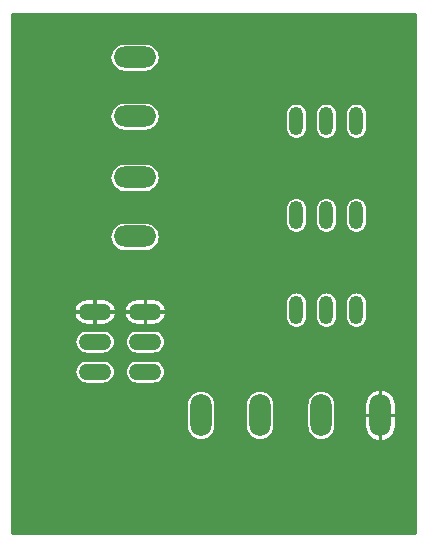
<source format=gbl>
G04 #@! TF.GenerationSoftware,KiCad,Pcbnew,5.1.5*
G04 #@! TF.CreationDate,2020-04-17T15:55:13+02:00*
G04 #@! TF.ProjectId,eco_measurement_ina226,65636f5f-6d65-4617-9375-72656d656e74,rev?*
G04 #@! TF.SameCoordinates,Original*
G04 #@! TF.FileFunction,Copper,L2,Bot*
G04 #@! TF.FilePolarity,Positive*
%FSLAX46Y46*%
G04 Gerber Fmt 4.6, Leading zero omitted, Abs format (unit mm)*
G04 Created by KiCad (PCBNEW 5.1.5) date 2020-04-17 15:55:13*
%MOMM*%
%LPD*%
G04 APERTURE LIST*
%ADD10O,1.790700X3.581400*%
%ADD11O,3.581400X1.790700*%
%ADD12O,2.743200X1.371600*%
%ADD13O,1.200000X2.400000*%
%ADD14C,0.855600*%
%ADD15C,3.355600*%
%ADD16C,0.755600*%
%ADD17C,0.254000*%
G04 APERTURE END LIST*
D10*
X152426100Y-116948600D03*
X147426100Y-116948600D03*
X162601100Y-116948600D03*
X157601100Y-116948600D03*
D11*
X141831100Y-91653600D03*
X141831100Y-86653600D03*
X141831100Y-101832100D03*
X141831100Y-96832100D03*
D12*
X142701100Y-108188600D03*
X142701100Y-110728600D03*
X142701100Y-113268600D03*
X138451100Y-108188600D03*
X138451100Y-110728600D03*
X138451100Y-113268600D03*
D13*
X155511100Y-108028600D03*
X158051100Y-108028600D03*
X160591100Y-108028600D03*
X155511100Y-100028600D03*
X158051100Y-100028600D03*
X160591100Y-100028600D03*
X155511100Y-92028600D03*
X158051100Y-92028600D03*
X160591100Y-92028600D03*
D14*
X143811100Y-121888600D03*
D15*
X134301100Y-124103600D03*
X134301100Y-85903600D03*
X162701100Y-124103600D03*
X162701100Y-85903600D03*
D14*
X159851100Y-111013600D03*
X150051100Y-114233600D03*
X152241100Y-110493600D03*
X133471100Y-99423600D03*
X151621100Y-101533600D03*
X154751100Y-102853600D03*
X160281100Y-103133600D03*
X160571100Y-94983600D03*
X155551100Y-95033600D03*
X151911100Y-93653600D03*
X143911100Y-114993600D03*
D16*
X140271100Y-114733600D03*
X141851100Y-99303600D03*
X141321100Y-104953600D03*
D14*
X153411100Y-121953600D03*
X133381100Y-93883600D03*
X155001100Y-116893600D03*
D17*
G36*
X165575900Y-126978400D02*
G01*
X131426300Y-126978400D01*
X131426300Y-115993054D01*
X146200550Y-115993054D01*
X146200550Y-117904147D01*
X146218285Y-118084200D01*
X146288363Y-118315217D01*
X146402164Y-118528123D01*
X146555314Y-118714737D01*
X146741928Y-118867887D01*
X146954834Y-118981688D01*
X147185851Y-119051766D01*
X147426100Y-119075429D01*
X147666350Y-119051766D01*
X147897367Y-118981688D01*
X148110273Y-118867887D01*
X148296887Y-118714737D01*
X148450037Y-118528123D01*
X148563838Y-118315217D01*
X148633916Y-118084200D01*
X148651650Y-117904147D01*
X148651650Y-115993054D01*
X151200550Y-115993054D01*
X151200550Y-117904147D01*
X151218285Y-118084200D01*
X151288363Y-118315217D01*
X151402164Y-118528123D01*
X151555314Y-118714737D01*
X151741928Y-118867887D01*
X151954834Y-118981688D01*
X152185851Y-119051766D01*
X152426100Y-119075429D01*
X152666350Y-119051766D01*
X152897367Y-118981688D01*
X153110273Y-118867887D01*
X153296887Y-118714737D01*
X153450037Y-118528123D01*
X153563838Y-118315217D01*
X153633916Y-118084200D01*
X153651650Y-117904147D01*
X153651650Y-115993054D01*
X156375550Y-115993054D01*
X156375550Y-117904147D01*
X156393285Y-118084200D01*
X156463363Y-118315217D01*
X156577164Y-118528123D01*
X156730314Y-118714737D01*
X156916928Y-118867887D01*
X157129834Y-118981688D01*
X157360851Y-119051766D01*
X157601100Y-119075429D01*
X157841350Y-119051766D01*
X158072367Y-118981688D01*
X158285273Y-118867887D01*
X158471887Y-118714737D01*
X158625037Y-118528123D01*
X158738838Y-118315217D01*
X158808916Y-118084200D01*
X158826650Y-117904147D01*
X158826650Y-116973600D01*
X161274750Y-116973600D01*
X161274750Y-117868950D01*
X161305113Y-118127228D01*
X161385280Y-118374619D01*
X161512170Y-118601617D01*
X161680907Y-118799498D01*
X161885006Y-118960658D01*
X162116624Y-119078904D01*
X162366861Y-119149691D01*
X162368958Y-119149826D01*
X162576100Y-119062294D01*
X162576100Y-116973600D01*
X162626100Y-116973600D01*
X162626100Y-119062294D01*
X162833242Y-119149826D01*
X162835339Y-119149691D01*
X163085576Y-119078904D01*
X163317194Y-118960658D01*
X163521293Y-118799498D01*
X163690030Y-118601617D01*
X163816920Y-118374619D01*
X163897087Y-118127228D01*
X163927450Y-117868950D01*
X163927450Y-116973600D01*
X162626100Y-116973600D01*
X162576100Y-116973600D01*
X161274750Y-116973600D01*
X158826650Y-116973600D01*
X158826650Y-116028250D01*
X161274750Y-116028250D01*
X161274750Y-116923600D01*
X162576100Y-116923600D01*
X162576100Y-114834906D01*
X162626100Y-114834906D01*
X162626100Y-116923600D01*
X163927450Y-116923600D01*
X163927450Y-116028250D01*
X163897087Y-115769972D01*
X163816920Y-115522581D01*
X163690030Y-115295583D01*
X163521293Y-115097702D01*
X163317194Y-114936542D01*
X163085576Y-114818296D01*
X162835339Y-114747509D01*
X162833242Y-114747374D01*
X162626100Y-114834906D01*
X162576100Y-114834906D01*
X162368958Y-114747374D01*
X162366861Y-114747509D01*
X162116624Y-114818296D01*
X161885006Y-114936542D01*
X161680907Y-115097702D01*
X161512170Y-115295583D01*
X161385280Y-115522581D01*
X161305113Y-115769972D01*
X161274750Y-116028250D01*
X158826650Y-116028250D01*
X158826650Y-115993053D01*
X158808916Y-115813000D01*
X158738838Y-115581983D01*
X158625037Y-115369077D01*
X158471887Y-115182463D01*
X158285272Y-115029313D01*
X158072366Y-114915512D01*
X157841349Y-114845434D01*
X157601100Y-114821771D01*
X157360850Y-114845434D01*
X157129833Y-114915512D01*
X156916927Y-115029313D01*
X156730313Y-115182463D01*
X156577163Y-115369078D01*
X156463362Y-115581984D01*
X156393284Y-115813001D01*
X156375550Y-115993054D01*
X153651650Y-115993054D01*
X153651650Y-115993053D01*
X153633916Y-115813000D01*
X153563838Y-115581983D01*
X153450037Y-115369077D01*
X153296887Y-115182463D01*
X153110272Y-115029313D01*
X152897366Y-114915512D01*
X152666349Y-114845434D01*
X152426100Y-114821771D01*
X152185850Y-114845434D01*
X151954833Y-114915512D01*
X151741927Y-115029313D01*
X151555313Y-115182463D01*
X151402163Y-115369078D01*
X151288362Y-115581984D01*
X151218284Y-115813001D01*
X151200550Y-115993054D01*
X148651650Y-115993054D01*
X148651650Y-115993053D01*
X148633916Y-115813000D01*
X148563838Y-115581983D01*
X148450037Y-115369077D01*
X148296887Y-115182463D01*
X148110272Y-115029313D01*
X147897366Y-114915512D01*
X147666349Y-114845434D01*
X147426100Y-114821771D01*
X147185850Y-114845434D01*
X146954833Y-114915512D01*
X146741927Y-115029313D01*
X146555313Y-115182463D01*
X146402163Y-115369078D01*
X146288362Y-115581984D01*
X146218284Y-115813001D01*
X146200550Y-115993054D01*
X131426300Y-115993054D01*
X131426300Y-113268600D01*
X136744385Y-113268600D01*
X136764002Y-113467771D01*
X136822098Y-113659287D01*
X136916440Y-113835790D01*
X137043404Y-113990496D01*
X137198110Y-114117460D01*
X137374613Y-114211802D01*
X137566129Y-114269898D01*
X137715398Y-114284600D01*
X139186802Y-114284600D01*
X139336071Y-114269898D01*
X139527587Y-114211802D01*
X139704090Y-114117460D01*
X139858796Y-113990496D01*
X139985760Y-113835790D01*
X140080102Y-113659287D01*
X140138198Y-113467771D01*
X140157815Y-113268600D01*
X140994385Y-113268600D01*
X141014002Y-113467771D01*
X141072098Y-113659287D01*
X141166440Y-113835790D01*
X141293404Y-113990496D01*
X141448110Y-114117460D01*
X141624613Y-114211802D01*
X141816129Y-114269898D01*
X141965398Y-114284600D01*
X143436802Y-114284600D01*
X143586071Y-114269898D01*
X143777587Y-114211802D01*
X143954090Y-114117460D01*
X144108796Y-113990496D01*
X144235760Y-113835790D01*
X144330102Y-113659287D01*
X144388198Y-113467771D01*
X144407815Y-113268600D01*
X144388198Y-113069429D01*
X144330102Y-112877913D01*
X144235760Y-112701410D01*
X144108796Y-112546704D01*
X143954090Y-112419740D01*
X143777587Y-112325398D01*
X143586071Y-112267302D01*
X143436802Y-112252600D01*
X141965398Y-112252600D01*
X141816129Y-112267302D01*
X141624613Y-112325398D01*
X141448110Y-112419740D01*
X141293404Y-112546704D01*
X141166440Y-112701410D01*
X141072098Y-112877913D01*
X141014002Y-113069429D01*
X140994385Y-113268600D01*
X140157815Y-113268600D01*
X140138198Y-113069429D01*
X140080102Y-112877913D01*
X139985760Y-112701410D01*
X139858796Y-112546704D01*
X139704090Y-112419740D01*
X139527587Y-112325398D01*
X139336071Y-112267302D01*
X139186802Y-112252600D01*
X137715398Y-112252600D01*
X137566129Y-112267302D01*
X137374613Y-112325398D01*
X137198110Y-112419740D01*
X137043404Y-112546704D01*
X136916440Y-112701410D01*
X136822098Y-112877913D01*
X136764002Y-113069429D01*
X136744385Y-113268600D01*
X131426300Y-113268600D01*
X131426300Y-110728600D01*
X136744385Y-110728600D01*
X136764002Y-110927771D01*
X136822098Y-111119287D01*
X136916440Y-111295790D01*
X137043404Y-111450496D01*
X137198110Y-111577460D01*
X137374613Y-111671802D01*
X137566129Y-111729898D01*
X137715398Y-111744600D01*
X139186802Y-111744600D01*
X139336071Y-111729898D01*
X139527587Y-111671802D01*
X139704090Y-111577460D01*
X139858796Y-111450496D01*
X139985760Y-111295790D01*
X140080102Y-111119287D01*
X140138198Y-110927771D01*
X140157815Y-110728600D01*
X140994385Y-110728600D01*
X141014002Y-110927771D01*
X141072098Y-111119287D01*
X141166440Y-111295790D01*
X141293404Y-111450496D01*
X141448110Y-111577460D01*
X141624613Y-111671802D01*
X141816129Y-111729898D01*
X141965398Y-111744600D01*
X143436802Y-111744600D01*
X143586071Y-111729898D01*
X143777587Y-111671802D01*
X143954090Y-111577460D01*
X144108796Y-111450496D01*
X144235760Y-111295790D01*
X144330102Y-111119287D01*
X144388198Y-110927771D01*
X144407815Y-110728600D01*
X144388198Y-110529429D01*
X144330102Y-110337913D01*
X144235760Y-110161410D01*
X144108796Y-110006704D01*
X143954090Y-109879740D01*
X143777587Y-109785398D01*
X143586071Y-109727302D01*
X143436802Y-109712600D01*
X141965398Y-109712600D01*
X141816129Y-109727302D01*
X141624613Y-109785398D01*
X141448110Y-109879740D01*
X141293404Y-110006704D01*
X141166440Y-110161410D01*
X141072098Y-110337913D01*
X141014002Y-110529429D01*
X140994385Y-110728600D01*
X140157815Y-110728600D01*
X140138198Y-110529429D01*
X140080102Y-110337913D01*
X139985760Y-110161410D01*
X139858796Y-110006704D01*
X139704090Y-109879740D01*
X139527587Y-109785398D01*
X139336071Y-109727302D01*
X139186802Y-109712600D01*
X137715398Y-109712600D01*
X137566129Y-109727302D01*
X137374613Y-109785398D01*
X137198110Y-109879740D01*
X137043404Y-110006704D01*
X136916440Y-110161410D01*
X136822098Y-110337913D01*
X136764002Y-110529429D01*
X136744385Y-110728600D01*
X131426300Y-110728600D01*
X131426300Y-108387954D01*
X136666437Y-108387954D01*
X136723944Y-108592884D01*
X136822825Y-108788274D01*
X136957925Y-108960619D01*
X137124052Y-109103296D01*
X137314822Y-109210822D01*
X137522903Y-109279064D01*
X137740300Y-109305400D01*
X138426100Y-109305400D01*
X138426100Y-108213600D01*
X138476100Y-108213600D01*
X138476100Y-109305400D01*
X139161900Y-109305400D01*
X139379297Y-109279064D01*
X139587378Y-109210822D01*
X139778148Y-109103296D01*
X139944275Y-108960619D01*
X140079375Y-108788274D01*
X140178256Y-108592884D01*
X140235763Y-108387954D01*
X140916437Y-108387954D01*
X140973944Y-108592884D01*
X141072825Y-108788274D01*
X141207925Y-108960619D01*
X141374052Y-109103296D01*
X141564822Y-109210822D01*
X141772903Y-109279064D01*
X141990300Y-109305400D01*
X142676100Y-109305400D01*
X142676100Y-108213600D01*
X142726100Y-108213600D01*
X142726100Y-109305400D01*
X143411900Y-109305400D01*
X143629297Y-109279064D01*
X143837378Y-109210822D01*
X144028148Y-109103296D01*
X144194275Y-108960619D01*
X144329375Y-108788274D01*
X144387059Y-108674288D01*
X154580900Y-108674288D01*
X154594360Y-108810950D01*
X154647550Y-108986293D01*
X154733925Y-109147890D01*
X154850167Y-109289533D01*
X154991809Y-109405775D01*
X155153406Y-109492150D01*
X155328749Y-109545340D01*
X155511100Y-109563300D01*
X155693450Y-109545340D01*
X155868793Y-109492150D01*
X156030390Y-109405775D01*
X156172033Y-109289533D01*
X156288275Y-109147891D01*
X156374650Y-108986294D01*
X156427840Y-108810951D01*
X156441300Y-108674289D01*
X156441300Y-108674288D01*
X157120900Y-108674288D01*
X157134360Y-108810950D01*
X157187550Y-108986293D01*
X157273925Y-109147890D01*
X157390167Y-109289533D01*
X157531809Y-109405775D01*
X157693406Y-109492150D01*
X157868749Y-109545340D01*
X158051100Y-109563300D01*
X158233450Y-109545340D01*
X158408793Y-109492150D01*
X158570390Y-109405775D01*
X158712033Y-109289533D01*
X158828275Y-109147891D01*
X158914650Y-108986294D01*
X158967840Y-108810951D01*
X158981300Y-108674289D01*
X158981300Y-108674288D01*
X159660900Y-108674288D01*
X159674360Y-108810950D01*
X159727550Y-108986293D01*
X159813925Y-109147890D01*
X159930167Y-109289533D01*
X160071809Y-109405775D01*
X160233406Y-109492150D01*
X160408749Y-109545340D01*
X160591100Y-109563300D01*
X160773450Y-109545340D01*
X160948793Y-109492150D01*
X161110390Y-109405775D01*
X161252033Y-109289533D01*
X161368275Y-109147891D01*
X161454650Y-108986294D01*
X161507840Y-108810951D01*
X161521300Y-108674289D01*
X161521300Y-107382911D01*
X161507840Y-107246249D01*
X161454650Y-107070906D01*
X161368275Y-106909309D01*
X161252033Y-106767667D01*
X161110391Y-106651425D01*
X160948794Y-106565050D01*
X160773451Y-106511860D01*
X160591100Y-106493900D01*
X160408750Y-106511860D01*
X160233407Y-106565050D01*
X160071810Y-106651425D01*
X159930168Y-106767667D01*
X159813926Y-106909309D01*
X159727551Y-107070906D01*
X159674361Y-107246249D01*
X159660901Y-107382911D01*
X159660900Y-108674288D01*
X158981300Y-108674288D01*
X158981300Y-107382911D01*
X158967840Y-107246249D01*
X158914650Y-107070906D01*
X158828275Y-106909309D01*
X158712033Y-106767667D01*
X158570391Y-106651425D01*
X158408794Y-106565050D01*
X158233451Y-106511860D01*
X158051100Y-106493900D01*
X157868750Y-106511860D01*
X157693407Y-106565050D01*
X157531810Y-106651425D01*
X157390168Y-106767667D01*
X157273926Y-106909309D01*
X157187551Y-107070906D01*
X157134361Y-107246249D01*
X157120901Y-107382911D01*
X157120900Y-108674288D01*
X156441300Y-108674288D01*
X156441300Y-107382911D01*
X156427840Y-107246249D01*
X156374650Y-107070906D01*
X156288275Y-106909309D01*
X156172033Y-106767667D01*
X156030391Y-106651425D01*
X155868794Y-106565050D01*
X155693451Y-106511860D01*
X155511100Y-106493900D01*
X155328750Y-106511860D01*
X155153407Y-106565050D01*
X154991810Y-106651425D01*
X154850168Y-106767667D01*
X154733926Y-106909309D01*
X154647551Y-107070906D01*
X154594361Y-107246249D01*
X154580901Y-107382911D01*
X154580900Y-108674288D01*
X144387059Y-108674288D01*
X144428256Y-108592884D01*
X144485763Y-108387954D01*
X144395640Y-108213600D01*
X142726100Y-108213600D01*
X142676100Y-108213600D01*
X141006560Y-108213600D01*
X140916437Y-108387954D01*
X140235763Y-108387954D01*
X140145640Y-108213600D01*
X138476100Y-108213600D01*
X138426100Y-108213600D01*
X136756560Y-108213600D01*
X136666437Y-108387954D01*
X131426300Y-108387954D01*
X131426300Y-107989246D01*
X136666437Y-107989246D01*
X136756560Y-108163600D01*
X138426100Y-108163600D01*
X138426100Y-107071800D01*
X138476100Y-107071800D01*
X138476100Y-108163600D01*
X140145640Y-108163600D01*
X140235763Y-107989246D01*
X140916437Y-107989246D01*
X141006560Y-108163600D01*
X142676100Y-108163600D01*
X142676100Y-107071800D01*
X142726100Y-107071800D01*
X142726100Y-108163600D01*
X144395640Y-108163600D01*
X144485763Y-107989246D01*
X144428256Y-107784316D01*
X144329375Y-107588926D01*
X144194275Y-107416581D01*
X144028148Y-107273904D01*
X143837378Y-107166378D01*
X143629297Y-107098136D01*
X143411900Y-107071800D01*
X142726100Y-107071800D01*
X142676100Y-107071800D01*
X141990300Y-107071800D01*
X141772903Y-107098136D01*
X141564822Y-107166378D01*
X141374052Y-107273904D01*
X141207925Y-107416581D01*
X141072825Y-107588926D01*
X140973944Y-107784316D01*
X140916437Y-107989246D01*
X140235763Y-107989246D01*
X140178256Y-107784316D01*
X140079375Y-107588926D01*
X139944275Y-107416581D01*
X139778148Y-107273904D01*
X139587378Y-107166378D01*
X139379297Y-107098136D01*
X139161900Y-107071800D01*
X138476100Y-107071800D01*
X138426100Y-107071800D01*
X137740300Y-107071800D01*
X137522903Y-107098136D01*
X137314822Y-107166378D01*
X137124052Y-107273904D01*
X136957925Y-107416581D01*
X136822825Y-107588926D01*
X136723944Y-107784316D01*
X136666437Y-107989246D01*
X131426300Y-107989246D01*
X131426300Y-101832100D01*
X139704271Y-101832100D01*
X139727934Y-102072350D01*
X139798012Y-102303367D01*
X139911813Y-102516273D01*
X140064963Y-102702887D01*
X140251577Y-102856037D01*
X140464483Y-102969838D01*
X140695500Y-103039916D01*
X140875553Y-103057650D01*
X142786647Y-103057650D01*
X142966700Y-103039916D01*
X143197717Y-102969838D01*
X143410623Y-102856037D01*
X143597237Y-102702887D01*
X143750387Y-102516273D01*
X143864188Y-102303367D01*
X143934266Y-102072350D01*
X143957929Y-101832100D01*
X143934266Y-101591850D01*
X143864188Y-101360833D01*
X143750387Y-101147927D01*
X143597237Y-100961313D01*
X143410623Y-100808163D01*
X143197717Y-100694362D01*
X143131542Y-100674288D01*
X154580900Y-100674288D01*
X154594360Y-100810950D01*
X154647550Y-100986293D01*
X154733925Y-101147890D01*
X154850167Y-101289533D01*
X154991809Y-101405775D01*
X155153406Y-101492150D01*
X155328749Y-101545340D01*
X155511100Y-101563300D01*
X155693450Y-101545340D01*
X155868793Y-101492150D01*
X156030390Y-101405775D01*
X156172033Y-101289533D01*
X156288275Y-101147891D01*
X156374650Y-100986294D01*
X156427840Y-100810951D01*
X156441300Y-100674289D01*
X156441300Y-100674288D01*
X157120900Y-100674288D01*
X157134360Y-100810950D01*
X157187550Y-100986293D01*
X157273925Y-101147890D01*
X157390167Y-101289533D01*
X157531809Y-101405775D01*
X157693406Y-101492150D01*
X157868749Y-101545340D01*
X158051100Y-101563300D01*
X158233450Y-101545340D01*
X158408793Y-101492150D01*
X158570390Y-101405775D01*
X158712033Y-101289533D01*
X158828275Y-101147891D01*
X158914650Y-100986294D01*
X158967840Y-100810951D01*
X158981300Y-100674289D01*
X158981300Y-100674288D01*
X159660900Y-100674288D01*
X159674360Y-100810950D01*
X159727550Y-100986293D01*
X159813925Y-101147890D01*
X159930167Y-101289533D01*
X160071809Y-101405775D01*
X160233406Y-101492150D01*
X160408749Y-101545340D01*
X160591100Y-101563300D01*
X160773450Y-101545340D01*
X160948793Y-101492150D01*
X161110390Y-101405775D01*
X161252033Y-101289533D01*
X161368275Y-101147891D01*
X161454650Y-100986294D01*
X161507840Y-100810951D01*
X161521300Y-100674289D01*
X161521300Y-99382911D01*
X161507840Y-99246249D01*
X161454650Y-99070906D01*
X161368275Y-98909309D01*
X161252033Y-98767667D01*
X161110391Y-98651425D01*
X160948794Y-98565050D01*
X160773451Y-98511860D01*
X160591100Y-98493900D01*
X160408750Y-98511860D01*
X160233407Y-98565050D01*
X160071810Y-98651425D01*
X159930168Y-98767667D01*
X159813926Y-98909309D01*
X159727551Y-99070906D01*
X159674361Y-99246249D01*
X159660901Y-99382911D01*
X159660900Y-100674288D01*
X158981300Y-100674288D01*
X158981300Y-99382911D01*
X158967840Y-99246249D01*
X158914650Y-99070906D01*
X158828275Y-98909309D01*
X158712033Y-98767667D01*
X158570391Y-98651425D01*
X158408794Y-98565050D01*
X158233451Y-98511860D01*
X158051100Y-98493900D01*
X157868750Y-98511860D01*
X157693407Y-98565050D01*
X157531810Y-98651425D01*
X157390168Y-98767667D01*
X157273926Y-98909309D01*
X157187551Y-99070906D01*
X157134361Y-99246249D01*
X157120901Y-99382911D01*
X157120900Y-100674288D01*
X156441300Y-100674288D01*
X156441300Y-99382911D01*
X156427840Y-99246249D01*
X156374650Y-99070906D01*
X156288275Y-98909309D01*
X156172033Y-98767667D01*
X156030391Y-98651425D01*
X155868794Y-98565050D01*
X155693451Y-98511860D01*
X155511100Y-98493900D01*
X155328750Y-98511860D01*
X155153407Y-98565050D01*
X154991810Y-98651425D01*
X154850168Y-98767667D01*
X154733926Y-98909309D01*
X154647551Y-99070906D01*
X154594361Y-99246249D01*
X154580901Y-99382911D01*
X154580900Y-100674288D01*
X143131542Y-100674288D01*
X142966700Y-100624284D01*
X142786647Y-100606550D01*
X140875553Y-100606550D01*
X140695500Y-100624284D01*
X140464483Y-100694362D01*
X140251577Y-100808163D01*
X140064963Y-100961313D01*
X139911813Y-101147927D01*
X139798012Y-101360833D01*
X139727934Y-101591850D01*
X139704271Y-101832100D01*
X131426300Y-101832100D01*
X131426300Y-96832100D01*
X139704271Y-96832100D01*
X139727934Y-97072350D01*
X139798012Y-97303367D01*
X139911813Y-97516273D01*
X140064963Y-97702887D01*
X140251577Y-97856037D01*
X140464483Y-97969838D01*
X140695500Y-98039916D01*
X140875553Y-98057650D01*
X142786647Y-98057650D01*
X142966700Y-98039916D01*
X143197717Y-97969838D01*
X143410623Y-97856037D01*
X143597237Y-97702887D01*
X143750387Y-97516273D01*
X143864188Y-97303367D01*
X143934266Y-97072350D01*
X143957929Y-96832100D01*
X143934266Y-96591850D01*
X143864188Y-96360833D01*
X143750387Y-96147927D01*
X143597237Y-95961313D01*
X143410623Y-95808163D01*
X143197717Y-95694362D01*
X142966700Y-95624284D01*
X142786647Y-95606550D01*
X140875553Y-95606550D01*
X140695500Y-95624284D01*
X140464483Y-95694362D01*
X140251577Y-95808163D01*
X140064963Y-95961313D01*
X139911813Y-96147927D01*
X139798012Y-96360833D01*
X139727934Y-96591850D01*
X139704271Y-96832100D01*
X131426300Y-96832100D01*
X131426300Y-91653600D01*
X139704271Y-91653600D01*
X139727934Y-91893850D01*
X139798012Y-92124867D01*
X139911813Y-92337773D01*
X140064963Y-92524387D01*
X140251577Y-92677537D01*
X140464483Y-92791338D01*
X140695500Y-92861416D01*
X140875553Y-92879150D01*
X142786647Y-92879150D01*
X142966700Y-92861416D01*
X143197717Y-92791338D01*
X143410623Y-92677537D01*
X143414581Y-92674288D01*
X154580900Y-92674288D01*
X154594360Y-92810950D01*
X154647550Y-92986293D01*
X154733925Y-93147890D01*
X154850167Y-93289533D01*
X154991809Y-93405775D01*
X155153406Y-93492150D01*
X155328749Y-93545340D01*
X155511100Y-93563300D01*
X155693450Y-93545340D01*
X155868793Y-93492150D01*
X156030390Y-93405775D01*
X156172033Y-93289533D01*
X156288275Y-93147891D01*
X156374650Y-92986294D01*
X156427840Y-92810951D01*
X156441300Y-92674289D01*
X156441300Y-92674288D01*
X157120900Y-92674288D01*
X157134360Y-92810950D01*
X157187550Y-92986293D01*
X157273925Y-93147890D01*
X157390167Y-93289533D01*
X157531809Y-93405775D01*
X157693406Y-93492150D01*
X157868749Y-93545340D01*
X158051100Y-93563300D01*
X158233450Y-93545340D01*
X158408793Y-93492150D01*
X158570390Y-93405775D01*
X158712033Y-93289533D01*
X158828275Y-93147891D01*
X158914650Y-92986294D01*
X158967840Y-92810951D01*
X158981300Y-92674289D01*
X158981300Y-92674288D01*
X159660900Y-92674288D01*
X159674360Y-92810950D01*
X159727550Y-92986293D01*
X159813925Y-93147890D01*
X159930167Y-93289533D01*
X160071809Y-93405775D01*
X160233406Y-93492150D01*
X160408749Y-93545340D01*
X160591100Y-93563300D01*
X160773450Y-93545340D01*
X160948793Y-93492150D01*
X161110390Y-93405775D01*
X161252033Y-93289533D01*
X161368275Y-93147891D01*
X161454650Y-92986294D01*
X161507840Y-92810951D01*
X161521300Y-92674289D01*
X161521300Y-91382911D01*
X161507840Y-91246249D01*
X161454650Y-91070906D01*
X161368275Y-90909309D01*
X161252033Y-90767667D01*
X161110391Y-90651425D01*
X160948794Y-90565050D01*
X160773451Y-90511860D01*
X160591100Y-90493900D01*
X160408750Y-90511860D01*
X160233407Y-90565050D01*
X160071810Y-90651425D01*
X159930168Y-90767667D01*
X159813926Y-90909309D01*
X159727551Y-91070906D01*
X159674361Y-91246249D01*
X159660901Y-91382911D01*
X159660900Y-92674288D01*
X158981300Y-92674288D01*
X158981300Y-91382911D01*
X158967840Y-91246249D01*
X158914650Y-91070906D01*
X158828275Y-90909309D01*
X158712033Y-90767667D01*
X158570391Y-90651425D01*
X158408794Y-90565050D01*
X158233451Y-90511860D01*
X158051100Y-90493900D01*
X157868750Y-90511860D01*
X157693407Y-90565050D01*
X157531810Y-90651425D01*
X157390168Y-90767667D01*
X157273926Y-90909309D01*
X157187551Y-91070906D01*
X157134361Y-91246249D01*
X157120901Y-91382911D01*
X157120900Y-92674288D01*
X156441300Y-92674288D01*
X156441300Y-91382911D01*
X156427840Y-91246249D01*
X156374650Y-91070906D01*
X156288275Y-90909309D01*
X156172033Y-90767667D01*
X156030391Y-90651425D01*
X155868794Y-90565050D01*
X155693451Y-90511860D01*
X155511100Y-90493900D01*
X155328750Y-90511860D01*
X155153407Y-90565050D01*
X154991810Y-90651425D01*
X154850168Y-90767667D01*
X154733926Y-90909309D01*
X154647551Y-91070906D01*
X154594361Y-91246249D01*
X154580901Y-91382911D01*
X154580900Y-92674288D01*
X143414581Y-92674288D01*
X143597237Y-92524387D01*
X143750387Y-92337773D01*
X143864188Y-92124867D01*
X143934266Y-91893850D01*
X143957929Y-91653600D01*
X143934266Y-91413350D01*
X143864188Y-91182333D01*
X143750387Y-90969427D01*
X143597237Y-90782813D01*
X143410623Y-90629663D01*
X143197717Y-90515862D01*
X142966700Y-90445784D01*
X142786647Y-90428050D01*
X140875553Y-90428050D01*
X140695500Y-90445784D01*
X140464483Y-90515862D01*
X140251577Y-90629663D01*
X140064963Y-90782813D01*
X139911813Y-90969427D01*
X139798012Y-91182333D01*
X139727934Y-91413350D01*
X139704271Y-91653600D01*
X131426300Y-91653600D01*
X131426300Y-86653600D01*
X139704271Y-86653600D01*
X139727934Y-86893850D01*
X139798012Y-87124867D01*
X139911813Y-87337773D01*
X140064963Y-87524387D01*
X140251577Y-87677537D01*
X140464483Y-87791338D01*
X140695500Y-87861416D01*
X140875553Y-87879150D01*
X142786647Y-87879150D01*
X142966700Y-87861416D01*
X143197717Y-87791338D01*
X143410623Y-87677537D01*
X143597237Y-87524387D01*
X143750387Y-87337773D01*
X143864188Y-87124867D01*
X143934266Y-86893850D01*
X143957929Y-86653600D01*
X143934266Y-86413350D01*
X143864188Y-86182333D01*
X143750387Y-85969427D01*
X143597237Y-85782813D01*
X143410623Y-85629663D01*
X143197717Y-85515862D01*
X142966700Y-85445784D01*
X142786647Y-85428050D01*
X140875553Y-85428050D01*
X140695500Y-85445784D01*
X140464483Y-85515862D01*
X140251577Y-85629663D01*
X140064963Y-85782813D01*
X139911813Y-85969427D01*
X139798012Y-86182333D01*
X139727934Y-86413350D01*
X139704271Y-86653600D01*
X131426300Y-86653600D01*
X131426300Y-83028800D01*
X165575901Y-83028800D01*
X165575900Y-126978400D01*
G37*
X165575900Y-126978400D02*
X131426300Y-126978400D01*
X131426300Y-115993054D01*
X146200550Y-115993054D01*
X146200550Y-117904147D01*
X146218285Y-118084200D01*
X146288363Y-118315217D01*
X146402164Y-118528123D01*
X146555314Y-118714737D01*
X146741928Y-118867887D01*
X146954834Y-118981688D01*
X147185851Y-119051766D01*
X147426100Y-119075429D01*
X147666350Y-119051766D01*
X147897367Y-118981688D01*
X148110273Y-118867887D01*
X148296887Y-118714737D01*
X148450037Y-118528123D01*
X148563838Y-118315217D01*
X148633916Y-118084200D01*
X148651650Y-117904147D01*
X148651650Y-115993054D01*
X151200550Y-115993054D01*
X151200550Y-117904147D01*
X151218285Y-118084200D01*
X151288363Y-118315217D01*
X151402164Y-118528123D01*
X151555314Y-118714737D01*
X151741928Y-118867887D01*
X151954834Y-118981688D01*
X152185851Y-119051766D01*
X152426100Y-119075429D01*
X152666350Y-119051766D01*
X152897367Y-118981688D01*
X153110273Y-118867887D01*
X153296887Y-118714737D01*
X153450037Y-118528123D01*
X153563838Y-118315217D01*
X153633916Y-118084200D01*
X153651650Y-117904147D01*
X153651650Y-115993054D01*
X156375550Y-115993054D01*
X156375550Y-117904147D01*
X156393285Y-118084200D01*
X156463363Y-118315217D01*
X156577164Y-118528123D01*
X156730314Y-118714737D01*
X156916928Y-118867887D01*
X157129834Y-118981688D01*
X157360851Y-119051766D01*
X157601100Y-119075429D01*
X157841350Y-119051766D01*
X158072367Y-118981688D01*
X158285273Y-118867887D01*
X158471887Y-118714737D01*
X158625037Y-118528123D01*
X158738838Y-118315217D01*
X158808916Y-118084200D01*
X158826650Y-117904147D01*
X158826650Y-116973600D01*
X161274750Y-116973600D01*
X161274750Y-117868950D01*
X161305113Y-118127228D01*
X161385280Y-118374619D01*
X161512170Y-118601617D01*
X161680907Y-118799498D01*
X161885006Y-118960658D01*
X162116624Y-119078904D01*
X162366861Y-119149691D01*
X162368958Y-119149826D01*
X162576100Y-119062294D01*
X162576100Y-116973600D01*
X162626100Y-116973600D01*
X162626100Y-119062294D01*
X162833242Y-119149826D01*
X162835339Y-119149691D01*
X163085576Y-119078904D01*
X163317194Y-118960658D01*
X163521293Y-118799498D01*
X163690030Y-118601617D01*
X163816920Y-118374619D01*
X163897087Y-118127228D01*
X163927450Y-117868950D01*
X163927450Y-116973600D01*
X162626100Y-116973600D01*
X162576100Y-116973600D01*
X161274750Y-116973600D01*
X158826650Y-116973600D01*
X158826650Y-116028250D01*
X161274750Y-116028250D01*
X161274750Y-116923600D01*
X162576100Y-116923600D01*
X162576100Y-114834906D01*
X162626100Y-114834906D01*
X162626100Y-116923600D01*
X163927450Y-116923600D01*
X163927450Y-116028250D01*
X163897087Y-115769972D01*
X163816920Y-115522581D01*
X163690030Y-115295583D01*
X163521293Y-115097702D01*
X163317194Y-114936542D01*
X163085576Y-114818296D01*
X162835339Y-114747509D01*
X162833242Y-114747374D01*
X162626100Y-114834906D01*
X162576100Y-114834906D01*
X162368958Y-114747374D01*
X162366861Y-114747509D01*
X162116624Y-114818296D01*
X161885006Y-114936542D01*
X161680907Y-115097702D01*
X161512170Y-115295583D01*
X161385280Y-115522581D01*
X161305113Y-115769972D01*
X161274750Y-116028250D01*
X158826650Y-116028250D01*
X158826650Y-115993053D01*
X158808916Y-115813000D01*
X158738838Y-115581983D01*
X158625037Y-115369077D01*
X158471887Y-115182463D01*
X158285272Y-115029313D01*
X158072366Y-114915512D01*
X157841349Y-114845434D01*
X157601100Y-114821771D01*
X157360850Y-114845434D01*
X157129833Y-114915512D01*
X156916927Y-115029313D01*
X156730313Y-115182463D01*
X156577163Y-115369078D01*
X156463362Y-115581984D01*
X156393284Y-115813001D01*
X156375550Y-115993054D01*
X153651650Y-115993054D01*
X153651650Y-115993053D01*
X153633916Y-115813000D01*
X153563838Y-115581983D01*
X153450037Y-115369077D01*
X153296887Y-115182463D01*
X153110272Y-115029313D01*
X152897366Y-114915512D01*
X152666349Y-114845434D01*
X152426100Y-114821771D01*
X152185850Y-114845434D01*
X151954833Y-114915512D01*
X151741927Y-115029313D01*
X151555313Y-115182463D01*
X151402163Y-115369078D01*
X151288362Y-115581984D01*
X151218284Y-115813001D01*
X151200550Y-115993054D01*
X148651650Y-115993054D01*
X148651650Y-115993053D01*
X148633916Y-115813000D01*
X148563838Y-115581983D01*
X148450037Y-115369077D01*
X148296887Y-115182463D01*
X148110272Y-115029313D01*
X147897366Y-114915512D01*
X147666349Y-114845434D01*
X147426100Y-114821771D01*
X147185850Y-114845434D01*
X146954833Y-114915512D01*
X146741927Y-115029313D01*
X146555313Y-115182463D01*
X146402163Y-115369078D01*
X146288362Y-115581984D01*
X146218284Y-115813001D01*
X146200550Y-115993054D01*
X131426300Y-115993054D01*
X131426300Y-113268600D01*
X136744385Y-113268600D01*
X136764002Y-113467771D01*
X136822098Y-113659287D01*
X136916440Y-113835790D01*
X137043404Y-113990496D01*
X137198110Y-114117460D01*
X137374613Y-114211802D01*
X137566129Y-114269898D01*
X137715398Y-114284600D01*
X139186802Y-114284600D01*
X139336071Y-114269898D01*
X139527587Y-114211802D01*
X139704090Y-114117460D01*
X139858796Y-113990496D01*
X139985760Y-113835790D01*
X140080102Y-113659287D01*
X140138198Y-113467771D01*
X140157815Y-113268600D01*
X140994385Y-113268600D01*
X141014002Y-113467771D01*
X141072098Y-113659287D01*
X141166440Y-113835790D01*
X141293404Y-113990496D01*
X141448110Y-114117460D01*
X141624613Y-114211802D01*
X141816129Y-114269898D01*
X141965398Y-114284600D01*
X143436802Y-114284600D01*
X143586071Y-114269898D01*
X143777587Y-114211802D01*
X143954090Y-114117460D01*
X144108796Y-113990496D01*
X144235760Y-113835790D01*
X144330102Y-113659287D01*
X144388198Y-113467771D01*
X144407815Y-113268600D01*
X144388198Y-113069429D01*
X144330102Y-112877913D01*
X144235760Y-112701410D01*
X144108796Y-112546704D01*
X143954090Y-112419740D01*
X143777587Y-112325398D01*
X143586071Y-112267302D01*
X143436802Y-112252600D01*
X141965398Y-112252600D01*
X141816129Y-112267302D01*
X141624613Y-112325398D01*
X141448110Y-112419740D01*
X141293404Y-112546704D01*
X141166440Y-112701410D01*
X141072098Y-112877913D01*
X141014002Y-113069429D01*
X140994385Y-113268600D01*
X140157815Y-113268600D01*
X140138198Y-113069429D01*
X140080102Y-112877913D01*
X139985760Y-112701410D01*
X139858796Y-112546704D01*
X139704090Y-112419740D01*
X139527587Y-112325398D01*
X139336071Y-112267302D01*
X139186802Y-112252600D01*
X137715398Y-112252600D01*
X137566129Y-112267302D01*
X137374613Y-112325398D01*
X137198110Y-112419740D01*
X137043404Y-112546704D01*
X136916440Y-112701410D01*
X136822098Y-112877913D01*
X136764002Y-113069429D01*
X136744385Y-113268600D01*
X131426300Y-113268600D01*
X131426300Y-110728600D01*
X136744385Y-110728600D01*
X136764002Y-110927771D01*
X136822098Y-111119287D01*
X136916440Y-111295790D01*
X137043404Y-111450496D01*
X137198110Y-111577460D01*
X137374613Y-111671802D01*
X137566129Y-111729898D01*
X137715398Y-111744600D01*
X139186802Y-111744600D01*
X139336071Y-111729898D01*
X139527587Y-111671802D01*
X139704090Y-111577460D01*
X139858796Y-111450496D01*
X139985760Y-111295790D01*
X140080102Y-111119287D01*
X140138198Y-110927771D01*
X140157815Y-110728600D01*
X140994385Y-110728600D01*
X141014002Y-110927771D01*
X141072098Y-111119287D01*
X141166440Y-111295790D01*
X141293404Y-111450496D01*
X141448110Y-111577460D01*
X141624613Y-111671802D01*
X141816129Y-111729898D01*
X141965398Y-111744600D01*
X143436802Y-111744600D01*
X143586071Y-111729898D01*
X143777587Y-111671802D01*
X143954090Y-111577460D01*
X144108796Y-111450496D01*
X144235760Y-111295790D01*
X144330102Y-111119287D01*
X144388198Y-110927771D01*
X144407815Y-110728600D01*
X144388198Y-110529429D01*
X144330102Y-110337913D01*
X144235760Y-110161410D01*
X144108796Y-110006704D01*
X143954090Y-109879740D01*
X143777587Y-109785398D01*
X143586071Y-109727302D01*
X143436802Y-109712600D01*
X141965398Y-109712600D01*
X141816129Y-109727302D01*
X141624613Y-109785398D01*
X141448110Y-109879740D01*
X141293404Y-110006704D01*
X141166440Y-110161410D01*
X141072098Y-110337913D01*
X141014002Y-110529429D01*
X140994385Y-110728600D01*
X140157815Y-110728600D01*
X140138198Y-110529429D01*
X140080102Y-110337913D01*
X139985760Y-110161410D01*
X139858796Y-110006704D01*
X139704090Y-109879740D01*
X139527587Y-109785398D01*
X139336071Y-109727302D01*
X139186802Y-109712600D01*
X137715398Y-109712600D01*
X137566129Y-109727302D01*
X137374613Y-109785398D01*
X137198110Y-109879740D01*
X137043404Y-110006704D01*
X136916440Y-110161410D01*
X136822098Y-110337913D01*
X136764002Y-110529429D01*
X136744385Y-110728600D01*
X131426300Y-110728600D01*
X131426300Y-108387954D01*
X136666437Y-108387954D01*
X136723944Y-108592884D01*
X136822825Y-108788274D01*
X136957925Y-108960619D01*
X137124052Y-109103296D01*
X137314822Y-109210822D01*
X137522903Y-109279064D01*
X137740300Y-109305400D01*
X138426100Y-109305400D01*
X138426100Y-108213600D01*
X138476100Y-108213600D01*
X138476100Y-109305400D01*
X139161900Y-109305400D01*
X139379297Y-109279064D01*
X139587378Y-109210822D01*
X139778148Y-109103296D01*
X139944275Y-108960619D01*
X140079375Y-108788274D01*
X140178256Y-108592884D01*
X140235763Y-108387954D01*
X140916437Y-108387954D01*
X140973944Y-108592884D01*
X141072825Y-108788274D01*
X141207925Y-108960619D01*
X141374052Y-109103296D01*
X141564822Y-109210822D01*
X141772903Y-109279064D01*
X141990300Y-109305400D01*
X142676100Y-109305400D01*
X142676100Y-108213600D01*
X142726100Y-108213600D01*
X142726100Y-109305400D01*
X143411900Y-109305400D01*
X143629297Y-109279064D01*
X143837378Y-109210822D01*
X144028148Y-109103296D01*
X144194275Y-108960619D01*
X144329375Y-108788274D01*
X144387059Y-108674288D01*
X154580900Y-108674288D01*
X154594360Y-108810950D01*
X154647550Y-108986293D01*
X154733925Y-109147890D01*
X154850167Y-109289533D01*
X154991809Y-109405775D01*
X155153406Y-109492150D01*
X155328749Y-109545340D01*
X155511100Y-109563300D01*
X155693450Y-109545340D01*
X155868793Y-109492150D01*
X156030390Y-109405775D01*
X156172033Y-109289533D01*
X156288275Y-109147891D01*
X156374650Y-108986294D01*
X156427840Y-108810951D01*
X156441300Y-108674289D01*
X156441300Y-108674288D01*
X157120900Y-108674288D01*
X157134360Y-108810950D01*
X157187550Y-108986293D01*
X157273925Y-109147890D01*
X157390167Y-109289533D01*
X157531809Y-109405775D01*
X157693406Y-109492150D01*
X157868749Y-109545340D01*
X158051100Y-109563300D01*
X158233450Y-109545340D01*
X158408793Y-109492150D01*
X158570390Y-109405775D01*
X158712033Y-109289533D01*
X158828275Y-109147891D01*
X158914650Y-108986294D01*
X158967840Y-108810951D01*
X158981300Y-108674289D01*
X158981300Y-108674288D01*
X159660900Y-108674288D01*
X159674360Y-108810950D01*
X159727550Y-108986293D01*
X159813925Y-109147890D01*
X159930167Y-109289533D01*
X160071809Y-109405775D01*
X160233406Y-109492150D01*
X160408749Y-109545340D01*
X160591100Y-109563300D01*
X160773450Y-109545340D01*
X160948793Y-109492150D01*
X161110390Y-109405775D01*
X161252033Y-109289533D01*
X161368275Y-109147891D01*
X161454650Y-108986294D01*
X161507840Y-108810951D01*
X161521300Y-108674289D01*
X161521300Y-107382911D01*
X161507840Y-107246249D01*
X161454650Y-107070906D01*
X161368275Y-106909309D01*
X161252033Y-106767667D01*
X161110391Y-106651425D01*
X160948794Y-106565050D01*
X160773451Y-106511860D01*
X160591100Y-106493900D01*
X160408750Y-106511860D01*
X160233407Y-106565050D01*
X160071810Y-106651425D01*
X159930168Y-106767667D01*
X159813926Y-106909309D01*
X159727551Y-107070906D01*
X159674361Y-107246249D01*
X159660901Y-107382911D01*
X159660900Y-108674288D01*
X158981300Y-108674288D01*
X158981300Y-107382911D01*
X158967840Y-107246249D01*
X158914650Y-107070906D01*
X158828275Y-106909309D01*
X158712033Y-106767667D01*
X158570391Y-106651425D01*
X158408794Y-106565050D01*
X158233451Y-106511860D01*
X158051100Y-106493900D01*
X157868750Y-106511860D01*
X157693407Y-106565050D01*
X157531810Y-106651425D01*
X157390168Y-106767667D01*
X157273926Y-106909309D01*
X157187551Y-107070906D01*
X157134361Y-107246249D01*
X157120901Y-107382911D01*
X157120900Y-108674288D01*
X156441300Y-108674288D01*
X156441300Y-107382911D01*
X156427840Y-107246249D01*
X156374650Y-107070906D01*
X156288275Y-106909309D01*
X156172033Y-106767667D01*
X156030391Y-106651425D01*
X155868794Y-106565050D01*
X155693451Y-106511860D01*
X155511100Y-106493900D01*
X155328750Y-106511860D01*
X155153407Y-106565050D01*
X154991810Y-106651425D01*
X154850168Y-106767667D01*
X154733926Y-106909309D01*
X154647551Y-107070906D01*
X154594361Y-107246249D01*
X154580901Y-107382911D01*
X154580900Y-108674288D01*
X144387059Y-108674288D01*
X144428256Y-108592884D01*
X144485763Y-108387954D01*
X144395640Y-108213600D01*
X142726100Y-108213600D01*
X142676100Y-108213600D01*
X141006560Y-108213600D01*
X140916437Y-108387954D01*
X140235763Y-108387954D01*
X140145640Y-108213600D01*
X138476100Y-108213600D01*
X138426100Y-108213600D01*
X136756560Y-108213600D01*
X136666437Y-108387954D01*
X131426300Y-108387954D01*
X131426300Y-107989246D01*
X136666437Y-107989246D01*
X136756560Y-108163600D01*
X138426100Y-108163600D01*
X138426100Y-107071800D01*
X138476100Y-107071800D01*
X138476100Y-108163600D01*
X140145640Y-108163600D01*
X140235763Y-107989246D01*
X140916437Y-107989246D01*
X141006560Y-108163600D01*
X142676100Y-108163600D01*
X142676100Y-107071800D01*
X142726100Y-107071800D01*
X142726100Y-108163600D01*
X144395640Y-108163600D01*
X144485763Y-107989246D01*
X144428256Y-107784316D01*
X144329375Y-107588926D01*
X144194275Y-107416581D01*
X144028148Y-107273904D01*
X143837378Y-107166378D01*
X143629297Y-107098136D01*
X143411900Y-107071800D01*
X142726100Y-107071800D01*
X142676100Y-107071800D01*
X141990300Y-107071800D01*
X141772903Y-107098136D01*
X141564822Y-107166378D01*
X141374052Y-107273904D01*
X141207925Y-107416581D01*
X141072825Y-107588926D01*
X140973944Y-107784316D01*
X140916437Y-107989246D01*
X140235763Y-107989246D01*
X140178256Y-107784316D01*
X140079375Y-107588926D01*
X139944275Y-107416581D01*
X139778148Y-107273904D01*
X139587378Y-107166378D01*
X139379297Y-107098136D01*
X139161900Y-107071800D01*
X138476100Y-107071800D01*
X138426100Y-107071800D01*
X137740300Y-107071800D01*
X137522903Y-107098136D01*
X137314822Y-107166378D01*
X137124052Y-107273904D01*
X136957925Y-107416581D01*
X136822825Y-107588926D01*
X136723944Y-107784316D01*
X136666437Y-107989246D01*
X131426300Y-107989246D01*
X131426300Y-101832100D01*
X139704271Y-101832100D01*
X139727934Y-102072350D01*
X139798012Y-102303367D01*
X139911813Y-102516273D01*
X140064963Y-102702887D01*
X140251577Y-102856037D01*
X140464483Y-102969838D01*
X140695500Y-103039916D01*
X140875553Y-103057650D01*
X142786647Y-103057650D01*
X142966700Y-103039916D01*
X143197717Y-102969838D01*
X143410623Y-102856037D01*
X143597237Y-102702887D01*
X143750387Y-102516273D01*
X143864188Y-102303367D01*
X143934266Y-102072350D01*
X143957929Y-101832100D01*
X143934266Y-101591850D01*
X143864188Y-101360833D01*
X143750387Y-101147927D01*
X143597237Y-100961313D01*
X143410623Y-100808163D01*
X143197717Y-100694362D01*
X143131542Y-100674288D01*
X154580900Y-100674288D01*
X154594360Y-100810950D01*
X154647550Y-100986293D01*
X154733925Y-101147890D01*
X154850167Y-101289533D01*
X154991809Y-101405775D01*
X155153406Y-101492150D01*
X155328749Y-101545340D01*
X155511100Y-101563300D01*
X155693450Y-101545340D01*
X155868793Y-101492150D01*
X156030390Y-101405775D01*
X156172033Y-101289533D01*
X156288275Y-101147891D01*
X156374650Y-100986294D01*
X156427840Y-100810951D01*
X156441300Y-100674289D01*
X156441300Y-100674288D01*
X157120900Y-100674288D01*
X157134360Y-100810950D01*
X157187550Y-100986293D01*
X157273925Y-101147890D01*
X157390167Y-101289533D01*
X157531809Y-101405775D01*
X157693406Y-101492150D01*
X157868749Y-101545340D01*
X158051100Y-101563300D01*
X158233450Y-101545340D01*
X158408793Y-101492150D01*
X158570390Y-101405775D01*
X158712033Y-101289533D01*
X158828275Y-101147891D01*
X158914650Y-100986294D01*
X158967840Y-100810951D01*
X158981300Y-100674289D01*
X158981300Y-100674288D01*
X159660900Y-100674288D01*
X159674360Y-100810950D01*
X159727550Y-100986293D01*
X159813925Y-101147890D01*
X159930167Y-101289533D01*
X160071809Y-101405775D01*
X160233406Y-101492150D01*
X160408749Y-101545340D01*
X160591100Y-101563300D01*
X160773450Y-101545340D01*
X160948793Y-101492150D01*
X161110390Y-101405775D01*
X161252033Y-101289533D01*
X161368275Y-101147891D01*
X161454650Y-100986294D01*
X161507840Y-100810951D01*
X161521300Y-100674289D01*
X161521300Y-99382911D01*
X161507840Y-99246249D01*
X161454650Y-99070906D01*
X161368275Y-98909309D01*
X161252033Y-98767667D01*
X161110391Y-98651425D01*
X160948794Y-98565050D01*
X160773451Y-98511860D01*
X160591100Y-98493900D01*
X160408750Y-98511860D01*
X160233407Y-98565050D01*
X160071810Y-98651425D01*
X159930168Y-98767667D01*
X159813926Y-98909309D01*
X159727551Y-99070906D01*
X159674361Y-99246249D01*
X159660901Y-99382911D01*
X159660900Y-100674288D01*
X158981300Y-100674288D01*
X158981300Y-99382911D01*
X158967840Y-99246249D01*
X158914650Y-99070906D01*
X158828275Y-98909309D01*
X158712033Y-98767667D01*
X158570391Y-98651425D01*
X158408794Y-98565050D01*
X158233451Y-98511860D01*
X158051100Y-98493900D01*
X157868750Y-98511860D01*
X157693407Y-98565050D01*
X157531810Y-98651425D01*
X157390168Y-98767667D01*
X157273926Y-98909309D01*
X157187551Y-99070906D01*
X157134361Y-99246249D01*
X157120901Y-99382911D01*
X157120900Y-100674288D01*
X156441300Y-100674288D01*
X156441300Y-99382911D01*
X156427840Y-99246249D01*
X156374650Y-99070906D01*
X156288275Y-98909309D01*
X156172033Y-98767667D01*
X156030391Y-98651425D01*
X155868794Y-98565050D01*
X155693451Y-98511860D01*
X155511100Y-98493900D01*
X155328750Y-98511860D01*
X155153407Y-98565050D01*
X154991810Y-98651425D01*
X154850168Y-98767667D01*
X154733926Y-98909309D01*
X154647551Y-99070906D01*
X154594361Y-99246249D01*
X154580901Y-99382911D01*
X154580900Y-100674288D01*
X143131542Y-100674288D01*
X142966700Y-100624284D01*
X142786647Y-100606550D01*
X140875553Y-100606550D01*
X140695500Y-100624284D01*
X140464483Y-100694362D01*
X140251577Y-100808163D01*
X140064963Y-100961313D01*
X139911813Y-101147927D01*
X139798012Y-101360833D01*
X139727934Y-101591850D01*
X139704271Y-101832100D01*
X131426300Y-101832100D01*
X131426300Y-96832100D01*
X139704271Y-96832100D01*
X139727934Y-97072350D01*
X139798012Y-97303367D01*
X139911813Y-97516273D01*
X140064963Y-97702887D01*
X140251577Y-97856037D01*
X140464483Y-97969838D01*
X140695500Y-98039916D01*
X140875553Y-98057650D01*
X142786647Y-98057650D01*
X142966700Y-98039916D01*
X143197717Y-97969838D01*
X143410623Y-97856037D01*
X143597237Y-97702887D01*
X143750387Y-97516273D01*
X143864188Y-97303367D01*
X143934266Y-97072350D01*
X143957929Y-96832100D01*
X143934266Y-96591850D01*
X143864188Y-96360833D01*
X143750387Y-96147927D01*
X143597237Y-95961313D01*
X143410623Y-95808163D01*
X143197717Y-95694362D01*
X142966700Y-95624284D01*
X142786647Y-95606550D01*
X140875553Y-95606550D01*
X140695500Y-95624284D01*
X140464483Y-95694362D01*
X140251577Y-95808163D01*
X140064963Y-95961313D01*
X139911813Y-96147927D01*
X139798012Y-96360833D01*
X139727934Y-96591850D01*
X139704271Y-96832100D01*
X131426300Y-96832100D01*
X131426300Y-91653600D01*
X139704271Y-91653600D01*
X139727934Y-91893850D01*
X139798012Y-92124867D01*
X139911813Y-92337773D01*
X140064963Y-92524387D01*
X140251577Y-92677537D01*
X140464483Y-92791338D01*
X140695500Y-92861416D01*
X140875553Y-92879150D01*
X142786647Y-92879150D01*
X142966700Y-92861416D01*
X143197717Y-92791338D01*
X143410623Y-92677537D01*
X143414581Y-92674288D01*
X154580900Y-92674288D01*
X154594360Y-92810950D01*
X154647550Y-92986293D01*
X154733925Y-93147890D01*
X154850167Y-93289533D01*
X154991809Y-93405775D01*
X155153406Y-93492150D01*
X155328749Y-93545340D01*
X155511100Y-93563300D01*
X155693450Y-93545340D01*
X155868793Y-93492150D01*
X156030390Y-93405775D01*
X156172033Y-93289533D01*
X156288275Y-93147891D01*
X156374650Y-92986294D01*
X156427840Y-92810951D01*
X156441300Y-92674289D01*
X156441300Y-92674288D01*
X157120900Y-92674288D01*
X157134360Y-92810950D01*
X157187550Y-92986293D01*
X157273925Y-93147890D01*
X157390167Y-93289533D01*
X157531809Y-93405775D01*
X157693406Y-93492150D01*
X157868749Y-93545340D01*
X158051100Y-93563300D01*
X158233450Y-93545340D01*
X158408793Y-93492150D01*
X158570390Y-93405775D01*
X158712033Y-93289533D01*
X158828275Y-93147891D01*
X158914650Y-92986294D01*
X158967840Y-92810951D01*
X158981300Y-92674289D01*
X158981300Y-92674288D01*
X159660900Y-92674288D01*
X159674360Y-92810950D01*
X159727550Y-92986293D01*
X159813925Y-93147890D01*
X159930167Y-93289533D01*
X160071809Y-93405775D01*
X160233406Y-93492150D01*
X160408749Y-93545340D01*
X160591100Y-93563300D01*
X160773450Y-93545340D01*
X160948793Y-93492150D01*
X161110390Y-93405775D01*
X161252033Y-93289533D01*
X161368275Y-93147891D01*
X161454650Y-92986294D01*
X161507840Y-92810951D01*
X161521300Y-92674289D01*
X161521300Y-91382911D01*
X161507840Y-91246249D01*
X161454650Y-91070906D01*
X161368275Y-90909309D01*
X161252033Y-90767667D01*
X161110391Y-90651425D01*
X160948794Y-90565050D01*
X160773451Y-90511860D01*
X160591100Y-90493900D01*
X160408750Y-90511860D01*
X160233407Y-90565050D01*
X160071810Y-90651425D01*
X159930168Y-90767667D01*
X159813926Y-90909309D01*
X159727551Y-91070906D01*
X159674361Y-91246249D01*
X159660901Y-91382911D01*
X159660900Y-92674288D01*
X158981300Y-92674288D01*
X158981300Y-91382911D01*
X158967840Y-91246249D01*
X158914650Y-91070906D01*
X158828275Y-90909309D01*
X158712033Y-90767667D01*
X158570391Y-90651425D01*
X158408794Y-90565050D01*
X158233451Y-90511860D01*
X158051100Y-90493900D01*
X157868750Y-90511860D01*
X157693407Y-90565050D01*
X157531810Y-90651425D01*
X157390168Y-90767667D01*
X157273926Y-90909309D01*
X157187551Y-91070906D01*
X157134361Y-91246249D01*
X157120901Y-91382911D01*
X157120900Y-92674288D01*
X156441300Y-92674288D01*
X156441300Y-91382911D01*
X156427840Y-91246249D01*
X156374650Y-91070906D01*
X156288275Y-90909309D01*
X156172033Y-90767667D01*
X156030391Y-90651425D01*
X155868794Y-90565050D01*
X155693451Y-90511860D01*
X155511100Y-90493900D01*
X155328750Y-90511860D01*
X155153407Y-90565050D01*
X154991810Y-90651425D01*
X154850168Y-90767667D01*
X154733926Y-90909309D01*
X154647551Y-91070906D01*
X154594361Y-91246249D01*
X154580901Y-91382911D01*
X154580900Y-92674288D01*
X143414581Y-92674288D01*
X143597237Y-92524387D01*
X143750387Y-92337773D01*
X143864188Y-92124867D01*
X143934266Y-91893850D01*
X143957929Y-91653600D01*
X143934266Y-91413350D01*
X143864188Y-91182333D01*
X143750387Y-90969427D01*
X143597237Y-90782813D01*
X143410623Y-90629663D01*
X143197717Y-90515862D01*
X142966700Y-90445784D01*
X142786647Y-90428050D01*
X140875553Y-90428050D01*
X140695500Y-90445784D01*
X140464483Y-90515862D01*
X140251577Y-90629663D01*
X140064963Y-90782813D01*
X139911813Y-90969427D01*
X139798012Y-91182333D01*
X139727934Y-91413350D01*
X139704271Y-91653600D01*
X131426300Y-91653600D01*
X131426300Y-86653600D01*
X139704271Y-86653600D01*
X139727934Y-86893850D01*
X139798012Y-87124867D01*
X139911813Y-87337773D01*
X140064963Y-87524387D01*
X140251577Y-87677537D01*
X140464483Y-87791338D01*
X140695500Y-87861416D01*
X140875553Y-87879150D01*
X142786647Y-87879150D01*
X142966700Y-87861416D01*
X143197717Y-87791338D01*
X143410623Y-87677537D01*
X143597237Y-87524387D01*
X143750387Y-87337773D01*
X143864188Y-87124867D01*
X143934266Y-86893850D01*
X143957929Y-86653600D01*
X143934266Y-86413350D01*
X143864188Y-86182333D01*
X143750387Y-85969427D01*
X143597237Y-85782813D01*
X143410623Y-85629663D01*
X143197717Y-85515862D01*
X142966700Y-85445784D01*
X142786647Y-85428050D01*
X140875553Y-85428050D01*
X140695500Y-85445784D01*
X140464483Y-85515862D01*
X140251577Y-85629663D01*
X140064963Y-85782813D01*
X139911813Y-85969427D01*
X139798012Y-86182333D01*
X139727934Y-86413350D01*
X139704271Y-86653600D01*
X131426300Y-86653600D01*
X131426300Y-83028800D01*
X165575901Y-83028800D01*
X165575900Y-126978400D01*
M02*

</source>
